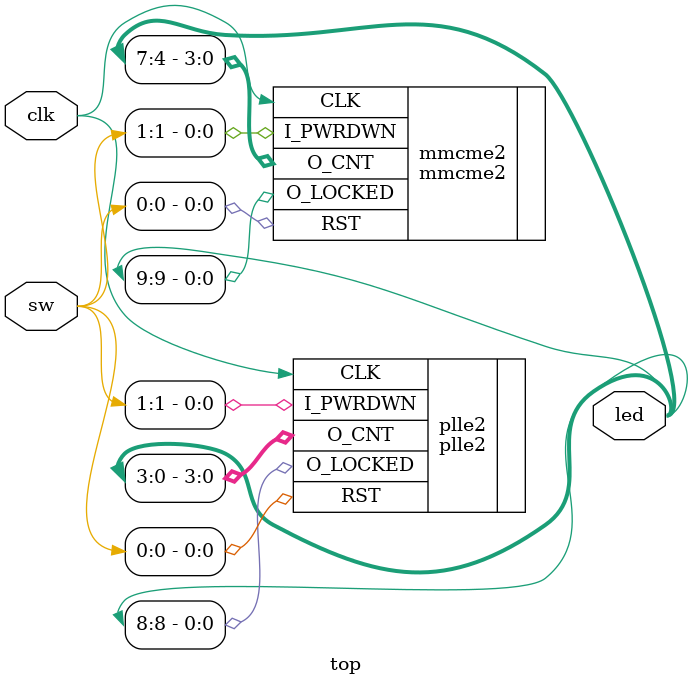
<source format=v>

`default_nettype none

module top (
    input  wire clk,

    input  wire [1:0] sw,
    output wire [9:0] led
);

plle2 plle2 (
    .CLK        (clk),
    .RST        (sw[0]),

    .I_PWRDWN   (sw[1]),

    .O_LOCKED   (led[8]),
    .O_CNT      (led[3:0])
);

mmcme2 mmcme2 (
    .CLK        (clk),
    .RST        (sw[0]),

    .I_PWRDWN   (sw[1]),

    .O_LOCKED   (led[9]),
    .O_CNT      (led[7:4])
);

endmodule


</source>
